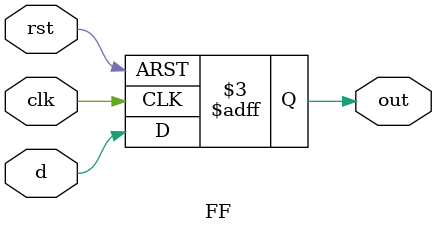
<source format=v>
module INS_NR_PODL (clk, rst, ip, op);
   input clk, rst, ip;
   output reg op;
   FF inst(clk, rst, ip , op);
endmodule
module FF(clk, rst, d, out);
   input clk, rst, d;
   output reg out;
   always@(posedge clk or negedge rst)
   begin if(!rst)
      out <= 1'b0;
      else
      out <= d;
   end
endmodule

</source>
